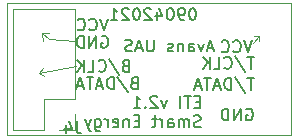
<source format=gbr>
G04 #@! TF.GenerationSoftware,KiCad,Pcbnew,(5.1.9)-1*
G04 #@! TF.CreationDate,2021-04-09T17:17:31+02:00*
G04 #@! TF.ProjectId,Token,546f6b65-6e2e-46b6-9963-61645f706362,rev?*
G04 #@! TF.SameCoordinates,Original*
G04 #@! TF.FileFunction,Legend,Bot*
G04 #@! TF.FilePolarity,Positive*
%FSLAX46Y46*%
G04 Gerber Fmt 4.6, Leading zero omitted, Abs format (unit mm)*
G04 Created by KiCad (PCBNEW (5.1.9)-1) date 2021-04-09 17:17:31*
%MOMM*%
%LPD*%
G01*
G04 APERTURE LIST*
%ADD10C,0.120000*%
%ADD11C,0.150000*%
G04 #@! TA.AperFunction,Profile*
%ADD12C,0.050000*%
G04 #@! TD*
G04 APERTURE END LIST*
D10*
X159321500Y-39243000D02*
X159321500Y-39687500D01*
X159321500Y-39243000D02*
X158877000Y-39306500D01*
X158813500Y-39878000D02*
X159321500Y-39243000D01*
X143827500Y-41783000D02*
X140652500Y-42418000D01*
X140906500Y-39052500D02*
X141478000Y-38989000D01*
X140970000Y-39687500D02*
X140906500Y-39052500D01*
X140906500Y-39052500D02*
X140970000Y-39687500D01*
X141541500Y-39560500D02*
X140906500Y-39052500D01*
X143700500Y-39687500D02*
X141541500Y-39560500D01*
X140652500Y-42418000D02*
X141097000Y-42672000D01*
X140970000Y-41973500D02*
X140652500Y-42418000D01*
X140652500Y-42418000D02*
X140970000Y-41973500D01*
D11*
X146492261Y-37806380D02*
X146158928Y-38806380D01*
X145825595Y-37806380D01*
X144920833Y-38711142D02*
X144968452Y-38758761D01*
X145111309Y-38806380D01*
X145206547Y-38806380D01*
X145349404Y-38758761D01*
X145444642Y-38663523D01*
X145492261Y-38568285D01*
X145539880Y-38377809D01*
X145539880Y-38234952D01*
X145492261Y-38044476D01*
X145444642Y-37949238D01*
X145349404Y-37854000D01*
X145206547Y-37806380D01*
X145111309Y-37806380D01*
X144968452Y-37854000D01*
X144920833Y-37901619D01*
X143920833Y-38711142D02*
X143968452Y-38758761D01*
X144111309Y-38806380D01*
X144206547Y-38806380D01*
X144349404Y-38758761D01*
X144444642Y-38663523D01*
X144492261Y-38568285D01*
X144539880Y-38377809D01*
X144539880Y-38234952D01*
X144492261Y-38044476D01*
X144444642Y-37949238D01*
X144349404Y-37854000D01*
X144206547Y-37806380D01*
X144111309Y-37806380D01*
X143968452Y-37854000D01*
X143920833Y-37901619D01*
X145952595Y-39314500D02*
X146047833Y-39266880D01*
X146190690Y-39266880D01*
X146333547Y-39314500D01*
X146428785Y-39409738D01*
X146476404Y-39504976D01*
X146524023Y-39695452D01*
X146524023Y-39838309D01*
X146476404Y-40028785D01*
X146428785Y-40124023D01*
X146333547Y-40219261D01*
X146190690Y-40266880D01*
X146095452Y-40266880D01*
X145952595Y-40219261D01*
X145904976Y-40171642D01*
X145904976Y-39838309D01*
X146095452Y-39838309D01*
X145476404Y-40266880D02*
X145476404Y-39266880D01*
X144904976Y-40266880D01*
X144904976Y-39266880D01*
X144428785Y-40266880D02*
X144428785Y-39266880D01*
X144190690Y-39266880D01*
X144047833Y-39314500D01*
X143952595Y-39409738D01*
X143904976Y-39504976D01*
X143857357Y-39695452D01*
X143857357Y-39838309D01*
X143904976Y-40028785D01*
X143952595Y-40124023D01*
X144047833Y-40219261D01*
X144190690Y-40266880D01*
X144428785Y-40266880D01*
X147984571Y-41775071D02*
X147841714Y-41822690D01*
X147794095Y-41870309D01*
X147746476Y-41965547D01*
X147746476Y-42108404D01*
X147794095Y-42203642D01*
X147841714Y-42251261D01*
X147936952Y-42298880D01*
X148317904Y-42298880D01*
X148317904Y-41298880D01*
X147984571Y-41298880D01*
X147889333Y-41346500D01*
X147841714Y-41394119D01*
X147794095Y-41489357D01*
X147794095Y-41584595D01*
X147841714Y-41679833D01*
X147889333Y-41727452D01*
X147984571Y-41775071D01*
X148317904Y-41775071D01*
X146603619Y-41251261D02*
X147460761Y-42536976D01*
X145698857Y-42203642D02*
X145746476Y-42251261D01*
X145889333Y-42298880D01*
X145984571Y-42298880D01*
X146127428Y-42251261D01*
X146222666Y-42156023D01*
X146270285Y-42060785D01*
X146317904Y-41870309D01*
X146317904Y-41727452D01*
X146270285Y-41536976D01*
X146222666Y-41441738D01*
X146127428Y-41346500D01*
X145984571Y-41298880D01*
X145889333Y-41298880D01*
X145746476Y-41346500D01*
X145698857Y-41394119D01*
X144794095Y-42298880D02*
X145270285Y-42298880D01*
X145270285Y-41298880D01*
X144460761Y-42298880D02*
X144460761Y-41298880D01*
X143889333Y-42298880D02*
X144317904Y-41727452D01*
X143889333Y-41298880D02*
X144460761Y-41870309D01*
X148683071Y-43235571D02*
X148540214Y-43283190D01*
X148492595Y-43330809D01*
X148444976Y-43426047D01*
X148444976Y-43568904D01*
X148492595Y-43664142D01*
X148540214Y-43711761D01*
X148635452Y-43759380D01*
X149016404Y-43759380D01*
X149016404Y-42759380D01*
X148683071Y-42759380D01*
X148587833Y-42807000D01*
X148540214Y-42854619D01*
X148492595Y-42949857D01*
X148492595Y-43045095D01*
X148540214Y-43140333D01*
X148587833Y-43187952D01*
X148683071Y-43235571D01*
X149016404Y-43235571D01*
X147302119Y-42711761D02*
X148159261Y-43997476D01*
X146968785Y-43759380D02*
X146968785Y-42759380D01*
X146730690Y-42759380D01*
X146587833Y-42807000D01*
X146492595Y-42902238D01*
X146444976Y-42997476D01*
X146397357Y-43187952D01*
X146397357Y-43330809D01*
X146444976Y-43521285D01*
X146492595Y-43616523D01*
X146587833Y-43711761D01*
X146730690Y-43759380D01*
X146968785Y-43759380D01*
X146016404Y-43473666D02*
X145540214Y-43473666D01*
X146111642Y-43759380D02*
X145778309Y-42759380D01*
X145444976Y-43759380D01*
X145254500Y-42759380D02*
X144683071Y-42759380D01*
X144968785Y-43759380D02*
X144968785Y-42759380D01*
X144397357Y-43473666D02*
X143921166Y-43473666D01*
X144492595Y-43759380D02*
X144159261Y-42759380D01*
X143825928Y-43759380D01*
X158874761Y-41044880D02*
X158303333Y-41044880D01*
X158589047Y-42044880D02*
X158589047Y-41044880D01*
X157255714Y-40997261D02*
X158112857Y-42282976D01*
X156350952Y-41949642D02*
X156398571Y-41997261D01*
X156541428Y-42044880D01*
X156636666Y-42044880D01*
X156779523Y-41997261D01*
X156874761Y-41902023D01*
X156922380Y-41806785D01*
X156970000Y-41616309D01*
X156970000Y-41473452D01*
X156922380Y-41282976D01*
X156874761Y-41187738D01*
X156779523Y-41092500D01*
X156636666Y-41044880D01*
X156541428Y-41044880D01*
X156398571Y-41092500D01*
X156350952Y-41140119D01*
X155446190Y-42044880D02*
X155922380Y-42044880D01*
X155922380Y-41044880D01*
X155112857Y-42044880D02*
X155112857Y-41044880D01*
X154541428Y-42044880D02*
X154970000Y-41473452D01*
X154541428Y-41044880D02*
X155112857Y-41616309D01*
X158208095Y-45474000D02*
X158303333Y-45426380D01*
X158446190Y-45426380D01*
X158589047Y-45474000D01*
X158684285Y-45569238D01*
X158731904Y-45664476D01*
X158779523Y-45854952D01*
X158779523Y-45997809D01*
X158731904Y-46188285D01*
X158684285Y-46283523D01*
X158589047Y-46378761D01*
X158446190Y-46426380D01*
X158350952Y-46426380D01*
X158208095Y-46378761D01*
X158160476Y-46331142D01*
X158160476Y-45997809D01*
X158350952Y-45997809D01*
X157731904Y-46426380D02*
X157731904Y-45426380D01*
X157160476Y-46426380D01*
X157160476Y-45426380D01*
X156684285Y-46426380D02*
X156684285Y-45426380D01*
X156446190Y-45426380D01*
X156303333Y-45474000D01*
X156208095Y-45569238D01*
X156160476Y-45664476D01*
X156112857Y-45854952D01*
X156112857Y-45997809D01*
X156160476Y-46188285D01*
X156208095Y-46283523D01*
X156303333Y-46378761D01*
X156446190Y-46426380D01*
X156684285Y-46426380D01*
X158684261Y-39647880D02*
X158350928Y-40647880D01*
X158017595Y-39647880D01*
X157112833Y-40552642D02*
X157160452Y-40600261D01*
X157303309Y-40647880D01*
X157398547Y-40647880D01*
X157541404Y-40600261D01*
X157636642Y-40505023D01*
X157684261Y-40409785D01*
X157731880Y-40219309D01*
X157731880Y-40076452D01*
X157684261Y-39885976D01*
X157636642Y-39790738D01*
X157541404Y-39695500D01*
X157398547Y-39647880D01*
X157303309Y-39647880D01*
X157160452Y-39695500D01*
X157112833Y-39743119D01*
X156112833Y-40552642D02*
X156160452Y-40600261D01*
X156303309Y-40647880D01*
X156398547Y-40647880D01*
X156541404Y-40600261D01*
X156636642Y-40505023D01*
X156684261Y-40409785D01*
X156731880Y-40219309D01*
X156731880Y-40076452D01*
X156684261Y-39885976D01*
X156636642Y-39790738D01*
X156541404Y-39695500D01*
X156398547Y-39647880D01*
X156303309Y-39647880D01*
X156160452Y-39695500D01*
X156112833Y-39743119D01*
X158874761Y-42822880D02*
X158303333Y-42822880D01*
X158589047Y-43822880D02*
X158589047Y-42822880D01*
X157255714Y-42775261D02*
X158112857Y-44060976D01*
X156922380Y-43822880D02*
X156922380Y-42822880D01*
X156684285Y-42822880D01*
X156541428Y-42870500D01*
X156446190Y-42965738D01*
X156398571Y-43060976D01*
X156350952Y-43251452D01*
X156350952Y-43394309D01*
X156398571Y-43584785D01*
X156446190Y-43680023D01*
X156541428Y-43775261D01*
X156684285Y-43822880D01*
X156922380Y-43822880D01*
X155970000Y-43537166D02*
X155493809Y-43537166D01*
X156065238Y-43822880D02*
X155731904Y-42822880D01*
X155398571Y-43822880D01*
X155208095Y-42822880D02*
X154636666Y-42822880D01*
X154922380Y-43822880D02*
X154922380Y-42822880D01*
X154350952Y-43537166D02*
X153874761Y-43537166D01*
X154446190Y-43822880D02*
X154112857Y-42822880D01*
X153779523Y-43822880D01*
D12*
X161988500Y-47688500D02*
X158115000Y-47688500D01*
X161988500Y-36512500D02*
X161988500Y-47688500D01*
X158115000Y-36512500D02*
X161988500Y-36512500D01*
X137985500Y-36512500D02*
X138049000Y-36512500D01*
X137985500Y-47688500D02*
X137985500Y-36512500D01*
X158115000Y-47688500D02*
X137985500Y-47688500D01*
X138049000Y-36512500D02*
X158115000Y-36512500D01*
D11*
X154286904Y-44823571D02*
X153953571Y-44823571D01*
X153810714Y-45347380D02*
X154286904Y-45347380D01*
X154286904Y-44347380D01*
X153810714Y-44347380D01*
X153525000Y-44347380D02*
X152953571Y-44347380D01*
X153239285Y-45347380D02*
X153239285Y-44347380D01*
X152620238Y-45347380D02*
X152620238Y-44347380D01*
X151477380Y-44680714D02*
X151239285Y-45347380D01*
X151001190Y-44680714D01*
X150667857Y-44442619D02*
X150620238Y-44395000D01*
X150525000Y-44347380D01*
X150286904Y-44347380D01*
X150191666Y-44395000D01*
X150144047Y-44442619D01*
X150096428Y-44537857D01*
X150096428Y-44633095D01*
X150144047Y-44775952D01*
X150715476Y-45347380D01*
X150096428Y-45347380D01*
X149667857Y-45252142D02*
X149620238Y-45299761D01*
X149667857Y-45347380D01*
X149715476Y-45299761D01*
X149667857Y-45252142D01*
X149667857Y-45347380D01*
X148667857Y-45347380D02*
X149239285Y-45347380D01*
X148953571Y-45347380D02*
X148953571Y-44347380D01*
X149048809Y-44490238D01*
X149144047Y-44585476D01*
X149239285Y-44633095D01*
X154334523Y-46949761D02*
X154191666Y-46997380D01*
X153953571Y-46997380D01*
X153858333Y-46949761D01*
X153810714Y-46902142D01*
X153763095Y-46806904D01*
X153763095Y-46711666D01*
X153810714Y-46616428D01*
X153858333Y-46568809D01*
X153953571Y-46521190D01*
X154144047Y-46473571D01*
X154239285Y-46425952D01*
X154286904Y-46378333D01*
X154334523Y-46283095D01*
X154334523Y-46187857D01*
X154286904Y-46092619D01*
X154239285Y-46045000D01*
X154144047Y-45997380D01*
X153905952Y-45997380D01*
X153763095Y-46045000D01*
X153334523Y-46997380D02*
X153334523Y-46330714D01*
X153334523Y-46425952D02*
X153286904Y-46378333D01*
X153191666Y-46330714D01*
X153048809Y-46330714D01*
X152953571Y-46378333D01*
X152905952Y-46473571D01*
X152905952Y-46997380D01*
X152905952Y-46473571D02*
X152858333Y-46378333D01*
X152763095Y-46330714D01*
X152620238Y-46330714D01*
X152525000Y-46378333D01*
X152477380Y-46473571D01*
X152477380Y-46997380D01*
X151572619Y-46997380D02*
X151572619Y-46473571D01*
X151620238Y-46378333D01*
X151715476Y-46330714D01*
X151905952Y-46330714D01*
X152001190Y-46378333D01*
X151572619Y-46949761D02*
X151667857Y-46997380D01*
X151905952Y-46997380D01*
X152001190Y-46949761D01*
X152048809Y-46854523D01*
X152048809Y-46759285D01*
X152001190Y-46664047D01*
X151905952Y-46616428D01*
X151667857Y-46616428D01*
X151572619Y-46568809D01*
X151096428Y-46997380D02*
X151096428Y-46330714D01*
X151096428Y-46521190D02*
X151048809Y-46425952D01*
X151001190Y-46378333D01*
X150905952Y-46330714D01*
X150810714Y-46330714D01*
X150620238Y-46330714D02*
X150239285Y-46330714D01*
X150477380Y-45997380D02*
X150477380Y-46854523D01*
X150429761Y-46949761D01*
X150334523Y-46997380D01*
X150239285Y-46997380D01*
X149144047Y-46473571D02*
X148810714Y-46473571D01*
X148667857Y-46997380D02*
X149144047Y-46997380D01*
X149144047Y-45997380D01*
X148667857Y-45997380D01*
X148239285Y-46330714D02*
X148239285Y-46997380D01*
X148239285Y-46425952D02*
X148191666Y-46378333D01*
X148096428Y-46330714D01*
X147953571Y-46330714D01*
X147858333Y-46378333D01*
X147810714Y-46473571D01*
X147810714Y-46997380D01*
X146953571Y-46949761D02*
X147048809Y-46997380D01*
X147239285Y-46997380D01*
X147334523Y-46949761D01*
X147382142Y-46854523D01*
X147382142Y-46473571D01*
X147334523Y-46378333D01*
X147239285Y-46330714D01*
X147048809Y-46330714D01*
X146953571Y-46378333D01*
X146905952Y-46473571D01*
X146905952Y-46568809D01*
X147382142Y-46664047D01*
X146477380Y-46997380D02*
X146477380Y-46330714D01*
X146477380Y-46521190D02*
X146429761Y-46425952D01*
X146382142Y-46378333D01*
X146286904Y-46330714D01*
X146191666Y-46330714D01*
X145429761Y-46330714D02*
X145429761Y-47140238D01*
X145477380Y-47235476D01*
X145525000Y-47283095D01*
X145620238Y-47330714D01*
X145763095Y-47330714D01*
X145858333Y-47283095D01*
X145429761Y-46949761D02*
X145525000Y-46997380D01*
X145715476Y-46997380D01*
X145810714Y-46949761D01*
X145858333Y-46902142D01*
X145905952Y-46806904D01*
X145905952Y-46521190D01*
X145858333Y-46425952D01*
X145810714Y-46378333D01*
X145715476Y-46330714D01*
X145525000Y-46330714D01*
X145429761Y-46378333D01*
X145048809Y-46330714D02*
X144810714Y-46997380D01*
X144572619Y-46330714D02*
X144810714Y-46997380D01*
X144905952Y-47235476D01*
X144953571Y-47283095D01*
X145048809Y-47330714D01*
X153715428Y-36917380D02*
X153620190Y-36917380D01*
X153524952Y-36965000D01*
X153477333Y-37012619D01*
X153429714Y-37107857D01*
X153382095Y-37298333D01*
X153382095Y-37536428D01*
X153429714Y-37726904D01*
X153477333Y-37822142D01*
X153524952Y-37869761D01*
X153620190Y-37917380D01*
X153715428Y-37917380D01*
X153810666Y-37869761D01*
X153858285Y-37822142D01*
X153905904Y-37726904D01*
X153953523Y-37536428D01*
X153953523Y-37298333D01*
X153905904Y-37107857D01*
X153858285Y-37012619D01*
X153810666Y-36965000D01*
X153715428Y-36917380D01*
X152905904Y-37917380D02*
X152715428Y-37917380D01*
X152620190Y-37869761D01*
X152572571Y-37822142D01*
X152477333Y-37679285D01*
X152429714Y-37488809D01*
X152429714Y-37107857D01*
X152477333Y-37012619D01*
X152524952Y-36965000D01*
X152620190Y-36917380D01*
X152810666Y-36917380D01*
X152905904Y-36965000D01*
X152953523Y-37012619D01*
X153001142Y-37107857D01*
X153001142Y-37345952D01*
X152953523Y-37441190D01*
X152905904Y-37488809D01*
X152810666Y-37536428D01*
X152620190Y-37536428D01*
X152524952Y-37488809D01*
X152477333Y-37441190D01*
X152429714Y-37345952D01*
X151810666Y-36917380D02*
X151715428Y-36917380D01*
X151620190Y-36965000D01*
X151572571Y-37012619D01*
X151524952Y-37107857D01*
X151477333Y-37298333D01*
X151477333Y-37536428D01*
X151524952Y-37726904D01*
X151572571Y-37822142D01*
X151620190Y-37869761D01*
X151715428Y-37917380D01*
X151810666Y-37917380D01*
X151905904Y-37869761D01*
X151953523Y-37822142D01*
X152001142Y-37726904D01*
X152048761Y-37536428D01*
X152048761Y-37298333D01*
X152001142Y-37107857D01*
X151953523Y-37012619D01*
X151905904Y-36965000D01*
X151810666Y-36917380D01*
X150620190Y-37250714D02*
X150620190Y-37917380D01*
X150858285Y-36869761D02*
X151096380Y-37584047D01*
X150477333Y-37584047D01*
X150144000Y-37012619D02*
X150096380Y-36965000D01*
X150001142Y-36917380D01*
X149763047Y-36917380D01*
X149667809Y-36965000D01*
X149620190Y-37012619D01*
X149572571Y-37107857D01*
X149572571Y-37203095D01*
X149620190Y-37345952D01*
X150191619Y-37917380D01*
X149572571Y-37917380D01*
X148953523Y-36917380D02*
X148858285Y-36917380D01*
X148763047Y-36965000D01*
X148715428Y-37012619D01*
X148667809Y-37107857D01*
X148620190Y-37298333D01*
X148620190Y-37536428D01*
X148667809Y-37726904D01*
X148715428Y-37822142D01*
X148763047Y-37869761D01*
X148858285Y-37917380D01*
X148953523Y-37917380D01*
X149048761Y-37869761D01*
X149096380Y-37822142D01*
X149144000Y-37726904D01*
X149191619Y-37536428D01*
X149191619Y-37298333D01*
X149144000Y-37107857D01*
X149096380Y-37012619D01*
X149048761Y-36965000D01*
X148953523Y-36917380D01*
X148239238Y-37012619D02*
X148191619Y-36965000D01*
X148096380Y-36917380D01*
X147858285Y-36917380D01*
X147763047Y-36965000D01*
X147715428Y-37012619D01*
X147667809Y-37107857D01*
X147667809Y-37203095D01*
X147715428Y-37345952D01*
X148286857Y-37917380D01*
X147667809Y-37917380D01*
X146715428Y-37917380D02*
X147286857Y-37917380D01*
X147001142Y-37917380D02*
X147001142Y-36917380D01*
X147096380Y-37060238D01*
X147191619Y-37155476D01*
X147286857Y-37203095D01*
X155414023Y-40298666D02*
X154937833Y-40298666D01*
X155509261Y-40584380D02*
X155175928Y-39584380D01*
X154842595Y-40584380D01*
X154604500Y-39917714D02*
X154366404Y-40584380D01*
X154128309Y-39917714D01*
X153318785Y-40584380D02*
X153318785Y-40060571D01*
X153366404Y-39965333D01*
X153461642Y-39917714D01*
X153652119Y-39917714D01*
X153747357Y-39965333D01*
X153318785Y-40536761D02*
X153414023Y-40584380D01*
X153652119Y-40584380D01*
X153747357Y-40536761D01*
X153794976Y-40441523D01*
X153794976Y-40346285D01*
X153747357Y-40251047D01*
X153652119Y-40203428D01*
X153414023Y-40203428D01*
X153318785Y-40155809D01*
X152842595Y-39917714D02*
X152842595Y-40584380D01*
X152842595Y-40012952D02*
X152794976Y-39965333D01*
X152699738Y-39917714D01*
X152556880Y-39917714D01*
X152461642Y-39965333D01*
X152414023Y-40060571D01*
X152414023Y-40584380D01*
X151985452Y-40536761D02*
X151890214Y-40584380D01*
X151699738Y-40584380D01*
X151604500Y-40536761D01*
X151556880Y-40441523D01*
X151556880Y-40393904D01*
X151604500Y-40298666D01*
X151699738Y-40251047D01*
X151842595Y-40251047D01*
X151937833Y-40203428D01*
X151985452Y-40108190D01*
X151985452Y-40060571D01*
X151937833Y-39965333D01*
X151842595Y-39917714D01*
X151699738Y-39917714D01*
X151604500Y-39965333D01*
X150366404Y-39584380D02*
X150366404Y-40393904D01*
X150318785Y-40489142D01*
X150271166Y-40536761D01*
X150175928Y-40584380D01*
X149985452Y-40584380D01*
X149890214Y-40536761D01*
X149842595Y-40489142D01*
X149794976Y-40393904D01*
X149794976Y-39584380D01*
X149366404Y-40298666D02*
X148890214Y-40298666D01*
X149461642Y-40584380D02*
X149128309Y-39584380D01*
X148794976Y-40584380D01*
X148509261Y-40536761D02*
X148366404Y-40584380D01*
X148128309Y-40584380D01*
X148033071Y-40536761D01*
X147985452Y-40489142D01*
X147937833Y-40393904D01*
X147937833Y-40298666D01*
X147985452Y-40203428D01*
X148033071Y-40155809D01*
X148128309Y-40108190D01*
X148318785Y-40060571D01*
X148414023Y-40012952D01*
X148461642Y-39965333D01*
X148509261Y-39870095D01*
X148509261Y-39774857D01*
X148461642Y-39679619D01*
X148414023Y-39632000D01*
X148318785Y-39584380D01*
X148080690Y-39584380D01*
X147937833Y-39632000D01*
D10*
G04 #@! TO.C,J4*
X142367000Y-47240500D02*
X143697000Y-47240500D01*
X143697000Y-47240500D02*
X143697000Y-45910500D01*
X141097000Y-47240500D02*
X141097000Y-44640500D01*
X141097000Y-44640500D02*
X143697000Y-44640500D01*
X143697000Y-44640500D02*
X143697000Y-36960500D01*
X138497000Y-36960500D02*
X143697000Y-36960500D01*
X138497000Y-47240500D02*
X138497000Y-36960500D01*
X138497000Y-47240500D02*
X141097000Y-47240500D01*
G04 #@! TD*
G04 #@! TO.C,J4*
D11*
X143843333Y-46505880D02*
X143843333Y-47220166D01*
X143890952Y-47363023D01*
X143986190Y-47458261D01*
X144129047Y-47505880D01*
X144224285Y-47505880D01*
X142938571Y-46839214D02*
X142938571Y-47505880D01*
X143176666Y-46458261D02*
X143414761Y-47172547D01*
X142795714Y-47172547D01*
G04 #@! TD*
M02*

</source>
